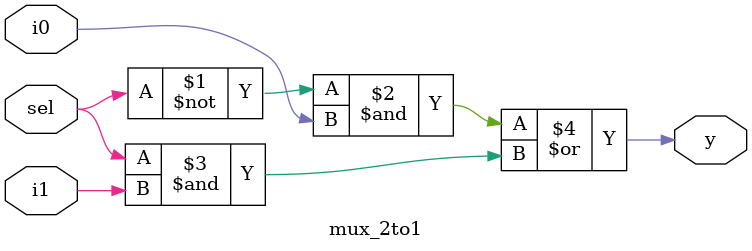
<source format=sv>
`timescale 1ns / 1ps


module mux_2to1 (
    input  logic i0,  // Input when sel=0
    input  logic i1,  // Input when sel=1
    input  logic sel, // Select line
    output logic y    // Output
);

    assign y = (~sel & i0) | (sel & i1);

endmodule

</source>
